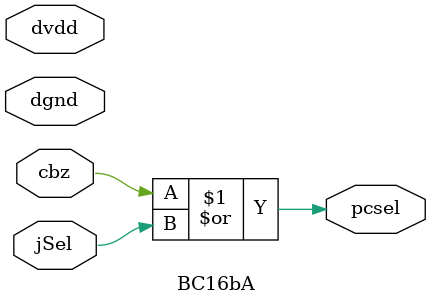
<source format=v>
module BC16bA (
	input jSel,
	input cbz,
	output pcsel,
	inout dvdd,
	inout dgnd
);

assign pcsel = cbz | jSel;

endmodule

</source>
